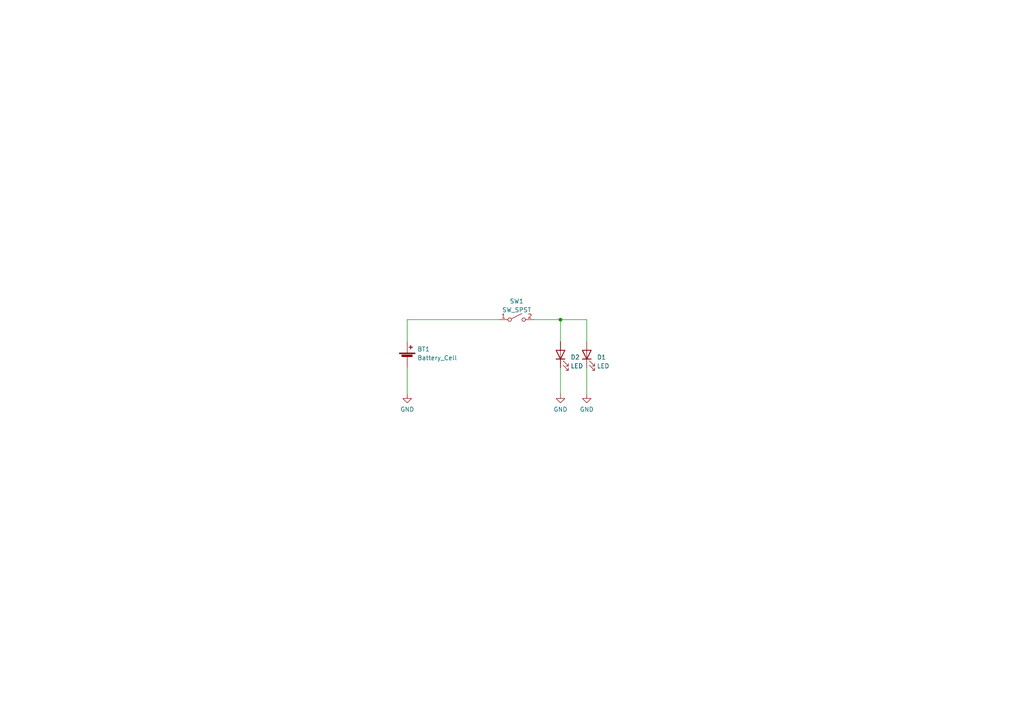
<source format=kicad_sch>
(kicad_sch (version 20211123) (generator eeschema)

  (uuid d9e01763-797f-45cf-8172-5441c2abf543)

  (paper "A4")

  (title_block
    (title "Attraktor Badge")
    (date "2023-10-03")
    (rev "2.0")
    (company "Attraktor e.V.")
  )

  (lib_symbols
    (symbol "Device:Battery_Cell" (pin_numbers hide) (pin_names (offset 0) hide) (in_bom yes) (on_board yes)
      (property "Reference" "BT" (id 0) (at 2.54 2.54 0)
        (effects (font (size 1.27 1.27)) (justify left))
      )
      (property "Value" "Battery_Cell" (id 1) (at 2.54 0 0)
        (effects (font (size 1.27 1.27)) (justify left))
      )
      (property "Footprint" "" (id 2) (at 0 1.524 90)
        (effects (font (size 1.27 1.27)) hide)
      )
      (property "Datasheet" "~" (id 3) (at 0 1.524 90)
        (effects (font (size 1.27 1.27)) hide)
      )
      (property "ki_keywords" "battery cell" (id 4) (at 0 0 0)
        (effects (font (size 1.27 1.27)) hide)
      )
      (property "ki_description" "Single-cell battery" (id 5) (at 0 0 0)
        (effects (font (size 1.27 1.27)) hide)
      )
      (symbol "Battery_Cell_0_1"
        (rectangle (start -2.286 1.778) (end 2.286 1.524)
          (stroke (width 0) (type default) (color 0 0 0 0))
          (fill (type outline))
        )
        (rectangle (start -1.5748 1.1938) (end 1.4732 0.6858)
          (stroke (width 0) (type default) (color 0 0 0 0))
          (fill (type outline))
        )
        (polyline
          (pts
            (xy 0 0.762)
            (xy 0 0)
          )
          (stroke (width 0) (type default) (color 0 0 0 0))
          (fill (type none))
        )
        (polyline
          (pts
            (xy 0 1.778)
            (xy 0 2.54)
          )
          (stroke (width 0) (type default) (color 0 0 0 0))
          (fill (type none))
        )
        (polyline
          (pts
            (xy 0.508 3.429)
            (xy 1.524 3.429)
          )
          (stroke (width 0.254) (type default) (color 0 0 0 0))
          (fill (type none))
        )
        (polyline
          (pts
            (xy 1.016 3.937)
            (xy 1.016 2.921)
          )
          (stroke (width 0.254) (type default) (color 0 0 0 0))
          (fill (type none))
        )
      )
      (symbol "Battery_Cell_1_1"
        (pin passive line (at 0 5.08 270) (length 2.54)
          (name "+" (effects (font (size 1.27 1.27))))
          (number "1" (effects (font (size 1.27 1.27))))
        )
        (pin passive line (at 0 -2.54 90) (length 2.54)
          (name "-" (effects (font (size 1.27 1.27))))
          (number "2" (effects (font (size 1.27 1.27))))
        )
      )
    )
    (symbol "Device:LED" (pin_numbers hide) (pin_names (offset 1.016) hide) (in_bom yes) (on_board yes)
      (property "Reference" "D" (id 0) (at 0 2.54 0)
        (effects (font (size 1.27 1.27)))
      )
      (property "Value" "LED" (id 1) (at 0 -2.54 0)
        (effects (font (size 1.27 1.27)))
      )
      (property "Footprint" "" (id 2) (at 0 0 0)
        (effects (font (size 1.27 1.27)) hide)
      )
      (property "Datasheet" "~" (id 3) (at 0 0 0)
        (effects (font (size 1.27 1.27)) hide)
      )
      (property "ki_keywords" "LED diode" (id 4) (at 0 0 0)
        (effects (font (size 1.27 1.27)) hide)
      )
      (property "ki_description" "Light emitting diode" (id 5) (at 0 0 0)
        (effects (font (size 1.27 1.27)) hide)
      )
      (property "ki_fp_filters" "LED* LED_SMD:* LED_THT:*" (id 6) (at 0 0 0)
        (effects (font (size 1.27 1.27)) hide)
      )
      (symbol "LED_0_1"
        (polyline
          (pts
            (xy -1.27 -1.27)
            (xy -1.27 1.27)
          )
          (stroke (width 0.254) (type default) (color 0 0 0 0))
          (fill (type none))
        )
        (polyline
          (pts
            (xy -1.27 0)
            (xy 1.27 0)
          )
          (stroke (width 0) (type default) (color 0 0 0 0))
          (fill (type none))
        )
        (polyline
          (pts
            (xy 1.27 -1.27)
            (xy 1.27 1.27)
            (xy -1.27 0)
            (xy 1.27 -1.27)
          )
          (stroke (width 0.254) (type default) (color 0 0 0 0))
          (fill (type none))
        )
        (polyline
          (pts
            (xy -3.048 -0.762)
            (xy -4.572 -2.286)
            (xy -3.81 -2.286)
            (xy -4.572 -2.286)
            (xy -4.572 -1.524)
          )
          (stroke (width 0) (type default) (color 0 0 0 0))
          (fill (type none))
        )
        (polyline
          (pts
            (xy -1.778 -0.762)
            (xy -3.302 -2.286)
            (xy -2.54 -2.286)
            (xy -3.302 -2.286)
            (xy -3.302 -1.524)
          )
          (stroke (width 0) (type default) (color 0 0 0 0))
          (fill (type none))
        )
      )
      (symbol "LED_1_1"
        (pin passive line (at -3.81 0 0) (length 2.54)
          (name "K" (effects (font (size 1.27 1.27))))
          (number "1" (effects (font (size 1.27 1.27))))
        )
        (pin passive line (at 3.81 0 180) (length 2.54)
          (name "A" (effects (font (size 1.27 1.27))))
          (number "2" (effects (font (size 1.27 1.27))))
        )
      )
    )
    (symbol "Switch:SW_SPST" (pin_names (offset 0) hide) (in_bom yes) (on_board yes)
      (property "Reference" "SW" (id 0) (at 0 3.175 0)
        (effects (font (size 1.27 1.27)))
      )
      (property "Value" "SW_SPST" (id 1) (at 0 -2.54 0)
        (effects (font (size 1.27 1.27)))
      )
      (property "Footprint" "" (id 2) (at 0 0 0)
        (effects (font (size 1.27 1.27)) hide)
      )
      (property "Datasheet" "~" (id 3) (at 0 0 0)
        (effects (font (size 1.27 1.27)) hide)
      )
      (property "ki_keywords" "switch lever" (id 4) (at 0 0 0)
        (effects (font (size 1.27 1.27)) hide)
      )
      (property "ki_description" "Single Pole Single Throw (SPST) switch" (id 5) (at 0 0 0)
        (effects (font (size 1.27 1.27)) hide)
      )
      (symbol "SW_SPST_0_0"
        (circle (center -2.032 0) (radius 0.508)
          (stroke (width 0) (type default) (color 0 0 0 0))
          (fill (type none))
        )
        (polyline
          (pts
            (xy -1.524 0.254)
            (xy 1.524 1.778)
          )
          (stroke (width 0) (type default) (color 0 0 0 0))
          (fill (type none))
        )
        (circle (center 2.032 0) (radius 0.508)
          (stroke (width 0) (type default) (color 0 0 0 0))
          (fill (type none))
        )
      )
      (symbol "SW_SPST_1_1"
        (pin passive line (at -5.08 0 0) (length 2.54)
          (name "A" (effects (font (size 1.27 1.27))))
          (number "1" (effects (font (size 1.27 1.27))))
        )
        (pin passive line (at 5.08 0 180) (length 2.54)
          (name "B" (effects (font (size 1.27 1.27))))
          (number "2" (effects (font (size 1.27 1.27))))
        )
      )
    )
    (symbol "power:GND" (power) (pin_names (offset 0)) (in_bom yes) (on_board yes)
      (property "Reference" "#PWR" (id 0) (at 0 -6.35 0)
        (effects (font (size 1.27 1.27)) hide)
      )
      (property "Value" "GND" (id 1) (at 0 -3.81 0)
        (effects (font (size 1.27 1.27)))
      )
      (property "Footprint" "" (id 2) (at 0 0 0)
        (effects (font (size 1.27 1.27)) hide)
      )
      (property "Datasheet" "" (id 3) (at 0 0 0)
        (effects (font (size 1.27 1.27)) hide)
      )
      (property "ki_keywords" "power-flag" (id 4) (at 0 0 0)
        (effects (font (size 1.27 1.27)) hide)
      )
      (property "ki_description" "Power symbol creates a global label with name \"GND\" , ground" (id 5) (at 0 0 0)
        (effects (font (size 1.27 1.27)) hide)
      )
      (symbol "GND_0_1"
        (polyline
          (pts
            (xy 0 0)
            (xy 0 -1.27)
            (xy 1.27 -1.27)
            (xy 0 -2.54)
            (xy -1.27 -1.27)
            (xy 0 -1.27)
          )
          (stroke (width 0) (type default) (color 0 0 0 0))
          (fill (type none))
        )
      )
      (symbol "GND_1_1"
        (pin power_in line (at 0 0 270) (length 0) hide
          (name "GND" (effects (font (size 1.27 1.27))))
          (number "1" (effects (font (size 1.27 1.27))))
        )
      )
    )
  )

  (junction (at 162.56 92.71) (diameter 0) (color 0 0 0 0)
    (uuid 4415e4b2-d6b1-4bd8-a222-f631e7675061)
  )

  (wire (pts (xy 170.18 106.68) (xy 170.18 114.3))
    (stroke (width 0) (type default) (color 0 0 0 0))
    (uuid 01a09ae3-3f0a-4c1d-af53-aa93739a66ee)
  )
  (wire (pts (xy 118.11 92.71) (xy 144.78 92.71))
    (stroke (width 0) (type default) (color 0 0 0 0))
    (uuid 16a04e25-0d20-4312-926d-9b6844e510f1)
  )
  (wire (pts (xy 162.56 106.68) (xy 162.56 114.3))
    (stroke (width 0) (type default) (color 0 0 0 0))
    (uuid 1a914f36-fa28-4a45-854c-e4239b777bec)
  )
  (wire (pts (xy 162.56 92.71) (xy 162.56 99.06))
    (stroke (width 0) (type default) (color 0 0 0 0))
    (uuid 28a3f931-8cec-4d68-95ac-4095dd063223)
  )
  (wire (pts (xy 170.18 99.06) (xy 170.18 92.71))
    (stroke (width 0) (type default) (color 0 0 0 0))
    (uuid 472f033e-e293-46e5-a6cf-242e336c5beb)
  )
  (wire (pts (xy 118.11 99.06) (xy 118.11 92.71))
    (stroke (width 0) (type default) (color 0 0 0 0))
    (uuid 5d1fd343-ee61-46b2-8520-63f075c91062)
  )
  (wire (pts (xy 118.11 106.68) (xy 118.11 114.3))
    (stroke (width 0) (type default) (color 0 0 0 0))
    (uuid 847f7625-1296-46a2-a839-5b46dd3a12c0)
  )
  (wire (pts (xy 162.56 92.71) (xy 154.94 92.71))
    (stroke (width 0) (type default) (color 0 0 0 0))
    (uuid e01835d6-8d27-42be-9c93-f99ec291c82b)
  )
  (wire (pts (xy 170.18 92.71) (xy 162.56 92.71))
    (stroke (width 0) (type default) (color 0 0 0 0))
    (uuid f43dcd65-e501-4bb3-8c9b-e632df7d1875)
  )

  (symbol (lib_id "power:GND") (at 170.18 114.3 0) (unit 1)
    (in_bom yes) (on_board yes) (fields_autoplaced)
    (uuid 1863c912-4b5f-4cfa-9674-08355a8ac51f)
    (property "Reference" "#PWR02" (id 0) (at 170.18 120.65 0)
      (effects (font (size 1.27 1.27)) hide)
    )
    (property "Value" "GND" (id 1) (at 170.18 118.7434 0))
    (property "Footprint" "" (id 2) (at 170.18 114.3 0)
      (effects (font (size 1.27 1.27)) hide)
    )
    (property "Datasheet" "" (id 3) (at 170.18 114.3 0)
      (effects (font (size 1.27 1.27)) hide)
    )
    (pin "1" (uuid b4d2daf7-43f3-428a-abe3-e82b42a3a1aa))
  )

  (symbol (lib_id "power:GND") (at 162.56 114.3 0) (unit 1)
    (in_bom yes) (on_board yes) (fields_autoplaced)
    (uuid 27089153-70ed-461b-ae4c-83f620c51916)
    (property "Reference" "#PWR03" (id 0) (at 162.56 120.65 0)
      (effects (font (size 1.27 1.27)) hide)
    )
    (property "Value" "GND" (id 1) (at 162.56 118.7434 0))
    (property "Footprint" "" (id 2) (at 162.56 114.3 0)
      (effects (font (size 1.27 1.27)) hide)
    )
    (property "Datasheet" "" (id 3) (at 162.56 114.3 0)
      (effects (font (size 1.27 1.27)) hide)
    )
    (pin "1" (uuid ce883259-73cd-43a1-aa77-72d03e99d309))
  )

  (symbol (lib_id "power:GND") (at 118.11 114.3 0) (unit 1)
    (in_bom yes) (on_board yes) (fields_autoplaced)
    (uuid 6af823cf-8c3b-4ea5-9d3c-5a15830c0ca5)
    (property "Reference" "#PWR01" (id 0) (at 118.11 120.65 0)
      (effects (font (size 1.27 1.27)) hide)
    )
    (property "Value" "GND" (id 1) (at 118.11 118.7434 0))
    (property "Footprint" "" (id 2) (at 118.11 114.3 0)
      (effects (font (size 1.27 1.27)) hide)
    )
    (property "Datasheet" "" (id 3) (at 118.11 114.3 0)
      (effects (font (size 1.27 1.27)) hide)
    )
    (pin "1" (uuid 61333612-cbd1-4928-94af-b12b06ecb003))
  )

  (symbol (lib_id "Device:Battery_Cell") (at 118.11 104.14 0) (unit 1)
    (in_bom yes) (on_board yes) (fields_autoplaced)
    (uuid 7fb9e38b-82fa-4b5d-89ad-624a1bec57e4)
    (property "Reference" "BT1" (id 0) (at 121.031 101.2733 0)
      (effects (font (size 1.27 1.27)) (justify left))
    )
    (property "Value" "Battery_Cell" (id 1) (at 121.031 103.8102 0)
      (effects (font (size 1.27 1.27)) (justify left))
    )
    (property "Footprint" "Battery:BatteryHolder_MPD_BC2003_1x2032" (id 2) (at 118.11 102.616 90)
      (effects (font (size 1.27 1.27)) hide)
    )
    (property "Datasheet" "~" (id 3) (at 118.11 102.616 90)
      (effects (font (size 1.27 1.27)) hide)
    )
    (pin "1" (uuid 02485ee7-d804-41fe-a104-ff58bfad97b6))
    (pin "2" (uuid 91e164cc-e1a0-4104-b5cf-8e009ba36f52))
  )

  (symbol (lib_id "Switch:SW_SPST") (at 149.86 92.71 0) (unit 1)
    (in_bom yes) (on_board yes) (fields_autoplaced)
    (uuid c9ca69e5-e9c8-4920-aa02-ab05b7b896c5)
    (property "Reference" "SW1" (id 0) (at 149.86 87.3592 0))
    (property "Value" "SW_SPST" (id 1) (at 149.86 89.8961 0))
    (property "Footprint" "Button_Switch_THT:SW_DIP_SPSTx01_Slide_6.7x4.1mm_W7.62mm_P2.54mm_LowProfile" (id 2) (at 149.86 92.71 0)
      (effects (font (size 1.27 1.27)) hide)
    )
    (property "Datasheet" "~" (id 3) (at 149.86 92.71 0)
      (effects (font (size 1.27 1.27)) hide)
    )
    (pin "1" (uuid 66967612-9919-4a93-99ba-10b79e46bdb1))
    (pin "2" (uuid 8d4efa40-4768-4ed8-8567-3c34c49f5128))
  )

  (symbol (lib_id "Device:LED") (at 162.56 102.87 90) (unit 1)
    (in_bom yes) (on_board yes) (fields_autoplaced)
    (uuid da6b0754-c5ff-4eba-bd2e-2f32d170e148)
    (property "Reference" "D2" (id 0) (at 165.481 103.6228 90)
      (effects (font (size 1.27 1.27)) (justify right))
    )
    (property "Value" "LED" (id 1) (at 165.481 106.1597 90)
      (effects (font (size 1.27 1.27)) (justify right))
    )
    (property "Footprint" "LED_THT:LED_D5.0mm" (id 2) (at 162.56 102.87 0)
      (effects (font (size 1.27 1.27)) hide)
    )
    (property "Datasheet" "~" (id 3) (at 162.56 102.87 0)
      (effects (font (size 1.27 1.27)) hide)
    )
    (pin "1" (uuid 9d597f19-cb66-41d8-ae95-d77f90c3fca6))
    (pin "2" (uuid 076e17fa-6cfc-4285-9214-1f0e4724863b))
  )

  (symbol (lib_id "Device:LED") (at 170.18 102.87 90) (unit 1)
    (in_bom yes) (on_board yes) (fields_autoplaced)
    (uuid e2639fc2-baad-48ca-8b47-7fcea3f4a9e1)
    (property "Reference" "D1" (id 0) (at 173.101 103.6228 90)
      (effects (font (size 1.27 1.27)) (justify right))
    )
    (property "Value" "LED" (id 1) (at 173.101 106.1597 90)
      (effects (font (size 1.27 1.27)) (justify right))
    )
    (property "Footprint" "LED_THT:LED_D5.0mm" (id 2) (at 170.18 102.87 0)
      (effects (font (size 1.27 1.27)) hide)
    )
    (property "Datasheet" "~" (id 3) (at 170.18 102.87 0)
      (effects (font (size 1.27 1.27)) hide)
    )
    (pin "1" (uuid 0e8449cb-1fbd-4489-9ec6-af36783c9beb))
    (pin "2" (uuid b0bf13e9-fa01-4816-8ef9-e8a78b75014f))
  )

  (sheet_instances
    (path "/" (page "1"))
  )

  (symbol_instances
    (path "/6af823cf-8c3b-4ea5-9d3c-5a15830c0ca5"
      (reference "#PWR01") (unit 1) (value "GND") (footprint "")
    )
    (path "/1863c912-4b5f-4cfa-9674-08355a8ac51f"
      (reference "#PWR02") (unit 1) (value "GND") (footprint "")
    )
    (path "/27089153-70ed-461b-ae4c-83f620c51916"
      (reference "#PWR03") (unit 1) (value "GND") (footprint "")
    )
    (path "/7fb9e38b-82fa-4b5d-89ad-624a1bec57e4"
      (reference "BT1") (unit 1) (value "Battery_Cell") (footprint "Battery:BatteryHolder_MPD_BC2003_1x2032")
    )
    (path "/e2639fc2-baad-48ca-8b47-7fcea3f4a9e1"
      (reference "D1") (unit 1) (value "LED") (footprint "LED_THT:LED_D5.0mm")
    )
    (path "/da6b0754-c5ff-4eba-bd2e-2f32d170e148"
      (reference "D2") (unit 1) (value "LED") (footprint "LED_THT:LED_D5.0mm")
    )
    (path "/c9ca69e5-e9c8-4920-aa02-ab05b7b896c5"
      (reference "SW1") (unit 1) (value "SW_SPST") (footprint "Button_Switch_THT:SW_DIP_SPSTx01_Slide_6.7x4.1mm_W7.62mm_P2.54mm_LowProfile")
    )
  )
)

</source>
